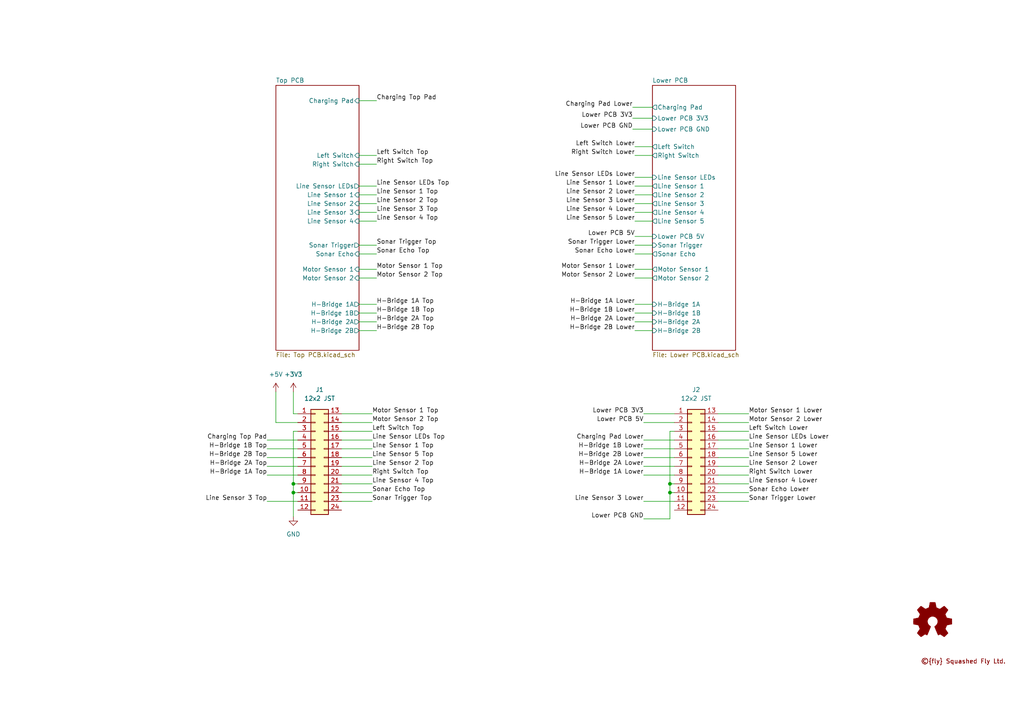
<source format=kicad_sch>
(kicad_sch (version 20210621) (generator eeschema)
  (paper "A4")
  (title_block (title "Swarmbot") (date "2021-10-10") (company "Philip McGaw"))
  (lib_symbols
    (symbol "Connector_Generic:Conn_02x12_Top_Bottom" (pin_names (offset 1.016) hide)
      (property "Reference" "J" (at 1.27 15.24 0))
      (property "Value" "Conn_02x12_Top_Bottom" (at 1.27 -17.78 0))
      (symbol "Conn_02x12_Top_Bottom_1_1"
        (rectangle (start -1.27 -15.113) (end 0 -15.367) (stroke (width 0.1524)))
        (rectangle (start -1.27 -12.573) (end 0 -12.827) (stroke (width 0.1524)))
        (rectangle (start -1.27 -10.033) (end 0 -10.287) (stroke (width 0.1524)))
        (rectangle (start -1.27 -7.493) (end 0 -7.747) (stroke (width 0.1524)))
        (rectangle (start -1.27 -4.953) (end 0 -5.207) (stroke (width 0.1524)))
        (rectangle (start -1.27 -2.413) (end 0 -2.667) (stroke (width 0.1524)))
        (rectangle (start -1.27 0.127) (end 0 -0.127) (stroke (width 0.1524)))
        (rectangle (start -1.27 2.667) (end 0 2.413) (stroke (width 0.1524)))
        (rectangle (start -1.27 5.207) (end 0 4.953) (stroke (width 0.1524)))
        (rectangle (start -1.27 7.747) (end 0 7.493) (stroke (width 0.1524)))
        (rectangle (start -1.27 10.287) (end 0 10.033) (stroke (width 0.1524)))
        (rectangle (start -1.27 12.827) (end 0 12.573) (stroke (width 0.1524)))
        (rectangle (start -1.27 13.97) (end 3.81 -16.51) (stroke (width 0.254)) (fill (type background)))
        (rectangle (start 3.81 -15.113) (end 2.54 -15.367) (stroke (width 0.1524)))
        (rectangle (start 3.81 -12.573) (end 2.54 -12.827) (stroke (width 0.1524)))
        (rectangle (start 3.81 -10.033) (end 2.54 -10.287) (stroke (width 0.1524)))
        (rectangle (start 3.81 -7.493) (end 2.54 -7.747) (stroke (width 0.1524)))
        (rectangle (start 3.81 -4.953) (end 2.54 -5.207) (stroke (width 0.1524)))
        (rectangle (start 3.81 -2.413) (end 2.54 -2.667) (stroke (width 0.1524)))
        (rectangle (start 3.81 0.127) (end 2.54 -0.127) (stroke (width 0.1524)))
        (rectangle (start 3.81 2.667) (end 2.54 2.413) (stroke (width 0.1524)))
        (rectangle (start 3.81 5.207) (end 2.54 4.953) (stroke (width 0.1524)))
        (rectangle (start 3.81 7.747) (end 2.54 7.493) (stroke (width 0.1524)))
        (rectangle (start 3.81 10.287) (end 2.54 10.033) (stroke (width 0.1524)))
        (rectangle (start 3.81 12.827) (end 2.54 12.573) (stroke (width 0.1524)))
        (pin passive line (at -5.08 12.7 0) (length 3.81) (name "Pin_1") (number "1"))
        (pin passive line (at -5.08 -10.16 0) (length 3.81) (name "Pin_10") (number "10"))
        (pin passive line (at -5.08 -12.7 0) (length 3.81) (name "Pin_11") (number "11"))
        (pin passive line (at -5.08 -15.24 0) (length 3.81) (name "Pin_12") (number "12"))
        (pin passive line (at 7.62 12.7 180) (length 3.81) (name "Pin_13") (number "13"))
        (pin passive line (at 7.62 10.16 180) (length 3.81) (name "Pin_14") (number "14"))
        (pin passive line (at 7.62 7.62 180) (length 3.81) (name "Pin_15") (number "15"))
        (pin passive line (at 7.62 5.08 180) (length 3.81) (name "Pin_16") (number "16"))
        (pin passive line (at 7.62 2.54 180) (length 3.81) (name "Pin_17") (number "17"))
        (pin passive line (at 7.62 0 180) (length 3.81) (name "Pin_18") (number "18"))
        (pin passive line (at 7.62 -2.54 180) (length 3.81) (name "Pin_19") (number "19"))
        (pin passive line (at -5.08 10.16 0) (length 3.81) (name "Pin_2") (number "2"))
        (pin passive line (at 7.62 -5.08 180) (length 3.81) (name "Pin_20") (number "20"))
        (pin passive line (at 7.62 -7.62 180) (length 3.81) (name "Pin_21") (number "21"))
        (pin passive line (at 7.62 -10.16 180) (length 3.81) (name "Pin_22") (number "22"))
        (pin passive line (at 7.62 -12.7 180) (length 3.81) (name "Pin_23") (number "23"))
        (pin passive line (at 7.62 -15.24 180) (length 3.81) (name "Pin_24") (number "24"))
        (pin passive line (at -5.08 7.62 0) (length 3.81) (name "Pin_3") (number "3"))
        (pin passive line (at -5.08 5.08 0) (length 3.81) (name "Pin_4") (number "4"))
        (pin passive line (at -5.08 2.54 0) (length 3.81) (name "Pin_5") (number "5"))
        (pin passive line (at -5.08 0 0) (length 3.81) (name "Pin_6") (number "6"))
        (pin passive line (at -5.08 -2.54 0) (length 3.81) (name "Pin_7") (number "7"))
        (pin passive line (at -5.08 -5.08 0) (length 3.81) (name "Pin_8") (number "8"))
        (pin passive line (at -5.08 -7.62 0) (length 3.81) (name "Pin_9") (number "9"))
      )
    )
    (symbol "Graphic:Logo_Open_Hardware_Small" (pin_numbers hide) (pin_names (offset 1.016) hide)
      (symbol "Logo_Open_Hardware_Small_0_1"
        (polyline (pts (xy 3.3528 -4.3434) (xy 3.302 -4.318) (xy 3.175 -4.2418) (xy 2.9972 -4.1148) (xy 2.7686 -3.9624) (xy 2.54 -3.81) (xy 2.3622 -3.7084) (xy 2.2352 -3.6068) (xy 2.1844 -3.5814) (xy 2.159 -3.6068) (xy 2.0574 -3.6576) (xy 1.905 -3.7338) (xy 1.8034 -3.7846) (xy 1.6764 -3.8354) (xy 1.6002 -3.8354) (xy 1.6002 -3.8354) (xy 1.5494 -3.7338) (xy 1.4732 -3.5306) (xy 1.3462 -3.302) (xy 1.2446 -3.0226) (xy 1.1176 -2.7178) (xy 0.9652 -2.413) (xy 0.8636 -2.1082) (xy 0.7366 -1.8288) (xy 0.6604 -1.6256) (xy 0.6096 -1.4732) (xy 0.5842 -1.397) (xy 0.5842 -1.397) (xy 0.6604 -1.3208) (xy 0.7874 -1.2446) (xy 1.0414 -1.016) (xy 1.2954 -0.6858) (xy 1.4478 -0.3302) (xy 1.524 0.0762) (xy 1.4732 0.4572) (xy 1.3208 0.8128) (xy 1.0668 1.143) (xy 0.762 1.3716) (xy 0.4064 1.524) (xy 0 1.5748) (xy -0.381 1.5494) (xy -0.7366 1.397) (xy -1.0668 1.143) (xy -1.2192 0.9906) (xy -1.397 0.6604) (xy -1.524 0.3048) (xy -1.524 0.2286) (xy -1.4986 -0.1778) (xy -1.397 -0.5334) (xy -1.1938 -0.8636) (xy -0.9144 -1.143) (xy -0.8636 -1.1684) (xy -0.7366 -1.27) (xy -0.635 -1.3462) (xy -0.5842 -1.397) (xy -1.0668 -2.5908) (xy -1.143 -2.794) (xy -1.2954 -3.1242) (xy -1.397 -3.4036) (xy -1.4986 -3.6322) (xy -1.5748 -3.7846) (xy -1.6002 -3.8354) (xy -1.6002 -3.8354) (xy -1.651 -3.8354) (xy -1.7272 -3.81) (xy -1.905 -3.7338) (xy -2.0066 -3.683) (xy -2.1336 -3.6068) (xy -2.2098 -3.5814) (xy -2.2606 -3.6068) (xy -2.3622 -3.683) (xy -2.54 -3.81) (xy -2.7686 -3.9624) (xy -2.9718 -4.0894) (xy -3.1496 -4.2164) (xy -3.302 -4.318) (xy -3.3528 -4.3434) (xy -3.3782 -4.3434) (xy -3.429 -4.318) (xy -3.5306 -4.2164) (xy -3.7084 -4.064) (xy -3.937 -3.8354) (xy -3.9624 -3.81) (xy -4.1656 -3.6068) (xy -4.318 -3.4544) (xy -4.4196 -3.3274) (xy -4.445 -3.2766) (xy -4.445 -3.2766) (xy -4.4196 -3.2258) (xy -4.318 -3.0734) (xy -4.2164 -2.8956) (xy -4.064 -2.667) (xy -3.6576 -2.0828) (xy -3.8862 -1.5494) (xy -3.937 -1.3716) (xy -4.0386 -1.1684) (xy -4.0894 -1.0414) (xy -4.1148 -0.9652) (xy -4.191 -0.9398) (xy -4.318 -0.9144) (xy -4.5466 -0.8636) (xy -4.8006 -0.8128) (xy -5.0546 -0.7874) (xy -5.2578 -0.7366) (xy -5.4356 -0.7112) (xy -5.5118 -0.6858) (xy -5.5118 -0.6858) (xy -5.5372 -0.635) (xy -5.5372 -0.5588) (xy -5.5372 -0.4318) (xy -5.5626 -0.2286) (xy -5.5626 0.0762) (xy -5.5626 0.127) (xy -5.5372 0.4064) (xy -5.5372 0.635) (xy -5.5372 0.762) (xy -5.5372 0.8382) (xy -5.5372 0.8382) (xy -5.461 0.8382) (xy -5.3086 0.889) (xy -5.08 0.9144) (xy -4.826 0.9652) (xy -4.8006 0.9906) (xy -4.5466 1.0414) (xy -4.318 1.0668) (xy -4.1656 1.1176) (xy -4.0894 1.143) (xy -4.0894 1.143) (xy -4.0386 1.2446) (xy -3.9624 1.4224) (xy -3.8608 1.6256) (xy -3.7846 1.8288) (xy -3.7084 2.0066) (xy -3.6576 2.159) (xy -3.6322 2.2098) (xy -3.6322 2.2098) (xy -3.683 2.286) (xy -3.7592 2.413) (xy -3.8862 2.5908) (xy -4.064 2.8194) (xy -4.064 2.8448) (xy -4.2164 3.0734) (xy -4.3434 3.2512) (xy -4.4196 3.3782) (xy -4.445 3.4544) (xy -4.445 3.4544) (xy -4.3942 3.5052) (xy -4.2926 3.6322) (xy -4.1148 3.81) (xy -3.937 4.0132) (xy -3.8608 4.064) (xy -3.6576 4.2926) (xy -3.5052 4.4196) (xy -3.4036 4.4958) (xy -3.3528 4.5212) (xy -3.3528 4.5212) (xy -3.302 4.4704) (xy -3.1496 4.3688) (xy -2.9718 4.2418) (xy -2.7432 4.0894) (xy -2.7178 4.0894) (xy -2.4892 3.937) (xy -2.3114 3.81) (xy -2.1844 3.7084) (xy -2.1336 3.683) (xy -2.1082 3.683) (xy -2.032 3.7084) (xy -1.8542 3.7592) (xy -1.6764 3.8354) (xy -1.4732 3.937) (xy -1.27 4.0132) (xy -1.143 4.064) (xy -1.0668 4.1148) (xy -1.0668 4.1148) (xy -1.0414 4.191) (xy -1.016 4.3434) (xy -0.9652 4.572) (xy -0.9144 4.8514) (xy -0.889 4.9022) (xy -0.8382 5.1562) (xy -0.8128 5.3848) (xy -0.7874 5.5372) (xy -0.762 5.588) (xy -0.7112 5.6134) (xy -0.5842 5.6134) (xy -0.4064 5.6134) (xy -0.1524 5.6134) (xy 0.0762 5.6134) (xy 0.3302 5.6134) (xy 0.5334 5.6134) (xy 0.6858 5.588) (xy 0.7366 5.588) (xy 0.7366 5.588) (xy 0.762 5.5118) (xy 0.8128 5.334) (xy 0.8382 5.1054) (xy 0.9144 4.826) (xy 0.9144 4.7752) (xy 0.9652 4.5212) (xy 1.016 4.2926) (xy 1.0414 4.1402) (xy 1.0668 4.0894) (xy 1.0668 4.0894) (xy 1.1938 4.0386) (xy 1.3716 3.9624) (xy 1.5748 3.8608) (xy 2.0828 3.6576) (xy 2.7178 4.0894) (xy 2.7686 4.1402) (xy 2.9972 4.2926) (xy 3.175 4.4196) (xy 3.302 4.4958) (xy 3.3782 4.5212) (xy 3.3782 4.5212) (xy 3.429 4.4704) (xy 3.556 4.3434) (xy 3.7338 4.191) (xy 3.9116 3.9878) (xy 4.064 3.8354) (xy 4.2418 3.6576) (xy 4.3434 3.556) (xy 4.4196 3.4798) (xy 4.4196 3.429) (xy 4.4196 3.4036) (xy 4.3942 3.3274) (xy 4.2926 3.2004) (xy 4.1656 2.9972) (xy 4.0132 2.794) (xy 3.8862 2.5908) (xy 3.7592 2.3876) (xy 3.6576 2.2352) (xy 3.6322 2.159) (xy 3.6322 2.1336) (xy 3.683 2.0066) (xy 3.7592 1.8288) (xy 3.8608 1.6002) (xy 4.064 1.1176) (xy 4.3942 1.0414) (xy 4.5974 1.016) (xy 4.8768 0.9652) (xy 5.1308 0.9144) (xy 5.5372 0.8382) (xy 5.5626 -0.6604) (xy 5.4864 -0.6858) (xy 5.4356 -0.6858) (xy 5.2832 -0.7366) (xy 5.0546 -0.762) (xy 4.8006 -0.8128) (xy 4.5974 -0.8636) (xy 4.3688 -0.9144) (xy 4.2164 -0.9398) (xy 4.1402 -0.9398) (xy 4.1148 -0.9652) (xy 4.064 -1.0668) (xy 3.9878 -1.2446) (xy 3.9116 -1.4478) (xy 3.81 -1.651) (xy 3.7338 -1.8542) (xy 3.683 -2.0066) (xy 3.6576 -2.0828) (xy 3.683 -2.1336) (xy 3.7846 -2.2606) (xy 3.8862 -2.4638) (xy 4.0386 -2.667) (xy 4.191 -2.8956) (xy 4.318 -3.0734) (xy 4.3942 -3.2004) (xy 4.445 -3.2766) (xy 4.4196 -3.3274) (xy 4.3434 -3.429) (xy 4.1656 -3.5814) (xy 3.937 -3.8354) (xy 3.8862 -3.8608) (xy 3.683 -4.064) (xy 3.5306 -4.2164) (xy 3.4036 -4.318) (xy 3.3528 -4.3434)) (fill (type outline)))
      )
    )
    (symbol "SquashedFly Logo:SquashedFlyLogo" (pin_numbers hide) (pin_names (offset 0) hide)
      (symbol "SquashedFlyLogo_0_0"
        (text "©{fly} Squashed Fly Ltd." (at 0 0 0) (effects (font (size 1.27 1.27))))
      )
    )
    (symbol "power:+3V3" (power) (pin_names (offset 0))
      (property "Value" "+3V3" (at 0 3.556 0))
      (symbol "+3V3_0_1"
        (polyline (pts (xy -0.762 1.27) (xy 0 2.54)))
        (polyline (pts (xy 0 0) (xy 0 2.54)))
        (polyline (pts (xy 0 2.54) (xy 0.762 1.27)))
      )
      (symbol "+3V3_1_1"
        (pin power_in line (at 0 0 90) (length 0) hide (name "+3V3") (number "1"))
      )
    )
    (symbol "power:+5V" (power) (pin_names (offset 0))
      (property "Value" "+5V" (at 0 3.556 0))
      (symbol "+5V_0_1"
        (polyline (pts (xy -0.762 1.27) (xy 0 2.54)))
        (polyline (pts (xy 0 0) (xy 0 2.54)))
        (polyline (pts (xy 0 2.54) (xy 0.762 1.27)))
      )
      (symbol "+5V_1_1"
        (pin power_in line (at 0 0 90) (length 0) hide (name "+5V") (number "1"))
      )
    )
    (symbol "power:GND" (power) (pin_names (offset 0))
      (property "Value" "GND" (at 0 -3.81 0))
      (symbol "GND_0_1"
        (polyline (pts (xy 0 0) (xy 0 -1.27) (xy 1.27 -1.27) (xy 0 -2.54) (xy -1.27 -1.27) (xy 0 -1.27)))
      )
      (symbol "GND_1_1"
        (pin power_in line (at 0 0 270) (length 0) hide (name "GND") (number "1"))
      )
    )
  )
  (junction (at 85.09 140.335))
  (junction (at 85.09 142.875))
  (junction (at 194.31 140.335))
  (junction (at 194.31 142.875))
  (wire (pts (xy 77.47 127.635) (xy 86.36 127.635)))
  (wire (pts (xy 77.47 130.175) (xy 86.36 130.175)))
  (wire (pts (xy 77.47 132.715) (xy 86.36 132.715)))
  (wire (pts (xy 77.47 135.255) (xy 86.36 135.255)))
  (wire (pts (xy 77.47 137.795) (xy 86.36 137.795)))
  (wire (pts (xy 77.47 145.415) (xy 86.36 145.415)))
  (wire (pts (xy 80.01 122.555) (xy 80.01 113.665)))
  (wire (pts (xy 85.09 113.665) (xy 85.09 120.015)))
  (wire (pts (xy 85.09 125.095) (xy 85.09 140.335)))
  (wire (pts (xy 85.09 140.335) (xy 85.09 142.875)))
  (wire (pts (xy 85.09 140.335) (xy 86.36 140.335)))
  (wire (pts (xy 85.09 142.875) (xy 85.09 149.86)))
  (wire (pts (xy 85.09 142.875) (xy 86.36 142.875)))
  (wire (pts (xy 86.36 120.015) (xy 85.09 120.015)))
  (wire (pts (xy 86.36 122.555) (xy 80.01 122.555)))
  (wire (pts (xy 86.36 125.095) (xy 85.09 125.095)))
  (wire (pts (xy 99.06 120.015) (xy 107.95 120.015)))
  (wire (pts (xy 99.06 122.555) (xy 107.95 122.555)))
  (wire (pts (xy 99.06 125.095) (xy 107.95 125.095)))
  (wire (pts (xy 99.06 127.635) (xy 107.95 127.635)))
  (wire (pts (xy 99.06 130.175) (xy 107.95 130.175)))
  (wire (pts (xy 99.06 132.715) (xy 107.95 132.715)))
  (wire (pts (xy 99.06 135.255) (xy 107.95 135.255)))
  (wire (pts (xy 99.06 137.795) (xy 107.95 137.795)))
  (wire (pts (xy 99.06 140.335) (xy 107.95 140.335)))
  (wire (pts (xy 99.06 142.875) (xy 107.95 142.875)))
  (wire (pts (xy 99.06 145.415) (xy 107.95 145.415)))
  (wire (pts (xy 104.14 29.21) (xy 109.22 29.21)))
  (wire (pts (xy 104.14 45.085) (xy 109.22 45.085)))
  (wire (pts (xy 104.14 47.625) (xy 109.22 47.625)))
  (wire (pts (xy 104.14 53.975) (xy 109.22 53.975)))
  (wire (pts (xy 104.14 56.515) (xy 109.22 56.515)))
  (wire (pts (xy 104.14 59.055) (xy 109.22 59.055)))
  (wire (pts (xy 104.14 61.595) (xy 109.22 61.595)))
  (wire (pts (xy 104.14 64.135) (xy 109.22 64.135)))
  (wire (pts (xy 104.14 71.12) (xy 109.22 71.12)))
  (wire (pts (xy 104.14 73.66) (xy 109.22 73.66)))
  (wire (pts (xy 104.14 78.105) (xy 109.22 78.105)))
  (wire (pts (xy 104.14 80.645) (xy 109.22 80.645)))
  (wire (pts (xy 104.14 88.265) (xy 109.22 88.265)))
  (wire (pts (xy 104.14 90.805) (xy 109.22 90.805)))
  (wire (pts (xy 104.14 93.345) (xy 109.22 93.345)))
  (wire (pts (xy 104.14 95.885) (xy 109.22 95.885)))
  (wire (pts (xy 183.515 31.115) (xy 189.23 31.115)))
  (wire (pts (xy 183.515 34.29) (xy 189.23 34.29)))
  (wire (pts (xy 183.515 37.465) (xy 189.23 37.465)))
  (wire (pts (xy 184.15 42.545) (xy 189.23 42.545)))
  (wire (pts (xy 184.15 45.085) (xy 189.23 45.085)))
  (wire (pts (xy 184.15 51.435) (xy 189.23 51.435)))
  (wire (pts (xy 184.15 53.975) (xy 189.23 53.975)))
  (wire (pts (xy 184.15 56.515) (xy 189.23 56.515)))
  (wire (pts (xy 184.15 59.055) (xy 189.23 59.055)))
  (wire (pts (xy 184.15 61.595) (xy 189.23 61.595)))
  (wire (pts (xy 184.15 64.135) (xy 189.23 64.135)))
  (wire (pts (xy 184.15 68.58) (xy 189.23 68.58)))
  (wire (pts (xy 184.15 71.12) (xy 189.23 71.12)))
  (wire (pts (xy 184.15 73.66) (xy 189.23 73.66)))
  (wire (pts (xy 184.15 78.105) (xy 189.23 78.105)))
  (wire (pts (xy 186.69 120.015) (xy 195.58 120.015)))
  (wire (pts (xy 186.69 122.555) (xy 195.58 122.555)))
  (wire (pts (xy 186.69 127.635) (xy 195.58 127.635)))
  (wire (pts (xy 186.69 130.175) (xy 195.58 130.175)))
  (wire (pts (xy 186.69 132.715) (xy 195.58 132.715)))
  (wire (pts (xy 186.69 135.255) (xy 195.58 135.255)))
  (wire (pts (xy 186.69 137.795) (xy 195.58 137.795)))
  (wire (pts (xy 186.69 145.415) (xy 195.58 145.415)))
  (wire (pts (xy 186.69 150.495) (xy 194.31 150.495)))
  (wire (pts (xy 189.23 80.645) (xy 184.15 80.645)))
  (wire (pts (xy 189.23 88.265) (xy 184.15 88.265)))
  (wire (pts (xy 189.23 90.805) (xy 184.15 90.805)))
  (wire (pts (xy 189.23 93.345) (xy 184.15 93.345)))
  (wire (pts (xy 189.23 95.885) (xy 184.15 95.885)))
  (wire (pts (xy 194.31 125.095) (xy 194.31 140.335)))
  (wire (pts (xy 194.31 140.335) (xy 195.58 140.335)))
  (wire (pts (xy 194.31 142.875) (xy 194.31 140.335)))
  (wire (pts (xy 194.31 142.875) (xy 194.31 150.495)))
  (wire (pts (xy 194.31 142.875) (xy 195.58 142.875)))
  (wire (pts (xy 195.58 125.095) (xy 194.31 125.095)))
  (wire (pts (xy 208.28 120.015) (xy 217.17 120.015)))
  (wire (pts (xy 208.28 122.555) (xy 217.17 122.555)))
  (wire (pts (xy 208.28 125.095) (xy 217.17 125.095)))
  (wire (pts (xy 208.28 127.635) (xy 217.17 127.635)))
  (wire (pts (xy 208.28 130.175) (xy 217.17 130.175)))
  (wire (pts (xy 208.28 132.715) (xy 217.17 132.715)))
  (wire (pts (xy 208.28 135.255) (xy 217.17 135.255)))
  (wire (pts (xy 208.28 137.795) (xy 217.17 137.795)))
  (wire (pts (xy 208.28 140.335) (xy 217.17 140.335)))
  (wire (pts (xy 208.28 142.875) (xy 217.17 142.875)))
  (wire (pts (xy 208.28 145.415) (xy 217.17 145.415)))
  (label "Charging Top Pad" (at 77.47 127.635 180))
  (label "H-Bridge 1B Top" (at 77.47 130.175 180))
  (label "H-Bridge 2B Top" (at 77.47 132.715 180))
  (label "H-Bridge 2A Top" (at 77.47 135.255 180))
  (label "H-Bridge 1A Top" (at 77.47 137.795 180))
  (label "Line Sensor 3 Top" (at 77.47 145.415 180))
  (label "Motor Sensor 1 Top" (at 107.95 120.015 0))
  (label "Motor Sensor 2 Top" (at 107.95 122.555 0))
  (label "Left Switch Top" (at 107.95 125.095 0))
  (label "Line Sensor LEDs Top" (at 107.95 127.635 0))
  (label "Line Sensor 1 Top" (at 107.95 130.175 0))
  (label "Line Sensor 5 Top" (at 107.95 132.715 0))
  (label "Line Sensor 2 Top" (at 107.95 135.255 0))
  (label "Right Switch Top" (at 107.95 137.795 0))
  (label "Line Sensor 4 Top" (at 107.95 140.335 0))
  (label "Sonar Echo Top" (at 107.95 142.875 0))
  (label "Sonar Trigger Top" (at 107.95 145.415 0))
  (label "Charging Top Pad" (at 109.22 29.21 0))
  (label "Left Switch Top" (at 109.22 45.085 0))
  (label "Right Switch Top" (at 109.22 47.625 0))
  (label "Line Sensor LEDs Top" (at 109.22 53.975 0))
  (label "Line Sensor 1 Top" (at 109.22 56.515 0))
  (label "Line Sensor 2 Top" (at 109.22 59.055 0))
  (label "Line Sensor 3 Top" (at 109.22 61.595 0))
  (label "Line Sensor 4 Top" (at 109.22 64.135 0))
  (label "Sonar Trigger Top" (at 109.22 71.12 0))
  (label "Sonar Echo Top" (at 109.22 73.66 0))
  (label "Motor Sensor 1 Top" (at 109.22 78.105 0))
  (label "Motor Sensor 2 Top" (at 109.22 80.645 0))
  (label "H-Bridge 1A Top" (at 109.22 88.265 0))
  (label "H-Bridge 1B Top" (at 109.22 90.805 0))
  (label "H-Bridge 2A Top" (at 109.22 93.345 0))
  (label "H-Bridge 2B Top" (at 109.22 95.885 0))
  (label "Charging Pad Lower" (at 183.515 31.115 180))
  (label "Lower PCB 3V3" (at 183.515 34.29 180))
  (label "Lower PCB GND" (at 183.515 37.465 180))
  (label "Left Switch Lower" (at 184.15 42.545 180))
  (label "Right Switch Lower" (at 184.15 45.085 180))
  (label "Line Sensor LEDs Lower" (at 184.15 51.435 180))
  (label "Line Sensor 1 Lower" (at 184.15 53.975 180))
  (label "Line Sensor 2 Lower" (at 184.15 56.515 180))
  (label "Line Sensor 3 Lower" (at 184.15 59.055 180))
  (label "Line Sensor 4 Lower" (at 184.15 61.595 180))
  (label "Line Sensor 5 Lower" (at 184.15 64.135 180))
  (label "Lower PCB 5V" (at 184.15 68.58 180))
  (label "Sonar Trigger Lower" (at 184.15 71.12 180))
  (label "Sonar Echo Lower" (at 184.15 73.66 180))
  (label "Motor Sensor 1 Lower" (at 184.15 78.105 180))
  (label "Motor Sensor 2 Lower" (at 184.15 80.645 180))
  (label "H-Bridge 1A Lower" (at 184.15 88.265 180))
  (label "H-Bridge 1B Lower" (at 184.15 90.805 180))
  (label "H-Bridge 2A Lower" (at 184.15 93.345 180))
  (label "H-Bridge 2B Lower" (at 184.15 95.885 180))
  (label "Lower PCB 3V3" (at 186.69 120.015 180))
  (label "Lower PCB 5V" (at 186.69 122.555 180))
  (label "Charging Pad Lower" (at 186.69 127.635 180))
  (label "H-Bridge 1B Lower" (at 186.69 130.175 180))
  (label "H-Bridge 2B Lower" (at 186.69 132.715 180))
  (label "H-Bridge 2A Lower" (at 186.69 135.255 180))
  (label "H-Bridge 1A Lower" (at 186.69 137.795 180))
  (label "Line Sensor 3 Lower" (at 186.69 145.415 180))
  (label "Lower PCB GND" (at 186.69 150.495 180))
  (label "Motor Sensor 1 Lower" (at 217.17 120.015 0))
  (label "Motor Sensor 2 Lower" (at 217.17 122.555 0))
  (label "Left Switch Lower" (at 217.17 125.095 0))
  (label "Line Sensor LEDs Lower" (at 217.17 127.635 0))
  (label "Line Sensor 1 Lower" (at 217.17 130.175 0))
  (label "Line Sensor 5 Lower" (at 217.17 132.715 0))
  (label "Line Sensor 2 Lower" (at 217.17 135.255 0))
  (label "Right Switch Lower" (at 217.17 137.795 0))
  (label "Line Sensor 4 Lower" (at 217.17 140.335 0))
  (label "Sonar Echo Lower" (at 217.17 142.875 0))
  (label "Sonar Trigger Lower" (at 217.17 145.415 0))
  (symbol (lib_id "power:+5V") (at 80.01 113.665 0) (unit 1)
    (property "Reference" "#PWR01" (effects hide))
    (property "Value" "+5V" (at 80.01 108.585 0))
  )
  (symbol (lib_id "power:+3V3") (at 85.09 113.665 0) (unit 1)
    (property "Reference" "#PWR02" (effects hide))
    (property "Value" "+3V3" (at 85.09 108.585 0))
  )
  (symbol (lib_id "power:GND") (at 85.09 149.86 0) (unit 1)
    (property "Reference" "#PWR03" (effects hide))
    (property "Value" "GND" (at 85.09 154.94 0))
  )
  (symbol (lib_id "SquashedFly Logo:SquashedFlyLogo") (at 279.4 191.77 0) (unit 1)
    (property "Reference" "Logo1" (effects hide))
    (property "Value" "SquashedFlyLogo" (effects hide))
    (property "Footprint" "SquashedFly Logo:SquashedFlySilk" (effects hide))
  )
  (symbol (lib_id "SquashedFly Logo:SquashedFlyLogo") (at 279.4 191.77 0) (unit 1)
    (property "Reference" "Logo2" (effects hide))
    (property "Value" "SquashedFlyLogo" (effects hide))
    (property "Footprint" "SquashedFly Logo:SquashedFlySilk" (effects hide))
  )
  (symbol (lib_id "Graphic:Logo_Open_Hardware_Small") (at 270.51 180.34 0) (unit 1)
    (property "Reference" "LOGO1" (effects hide))
    (property "Value" "Logo_Open_Hardware_Small" (effects hide))
    (property "Footprint" "Symbol:OSHW-Logo2_7.3x6mm_SilkScreen" (effects hide))
  )
  (symbol (lib_id "Connector_Generic:Conn_02x12_Top_Bottom") (at 91.44 132.715 0) (unit 1)
    (property "Reference" "J1" (at 92.71 113.03 0))
    (property "Value" "12x2 JST" (at 92.71 115.57 0))
    (property "Footprint" "Connector_JST:JST_PUD_B24B-PUDSS_2x12_P2.00mm_Vertical" (effects hide))
    (property "Farnell" "2320532" (effects hide))
  )
  (symbol (lib_id "Connector_Generic:Conn_02x12_Top_Bottom") (at 200.66 132.715 0) (unit 1)
    (property "Reference" "J2" (at 201.93 113.03 0))
    (property "Value" "12x2 JST" (at 201.93 115.57 0))
    (property "Footprint" "Connector_JST:JST_PUD_B24B-PUDSS_2x12_P2.00mm_Vertical" (effects hide))
    (property "Farnell" "2320532" (effects hide))
  )
  (sheet (at 189.23 24.765) (size 24.13 76.835) (stroke (width 0.1524))
    (property "Sheet name" "Lower PCB" (at 189.23 24.0534 0) (effects (justify left bottom)))
    (property "Sheet file" "Lower PCB.kicad_sch" (at 189.23 102.1846 0) (effects (justify left top)))
    (pin "Left Switch" output (at 189.23 42.545 180))
    (pin "Right Switch" output (at 189.23 45.085 180))
    (pin "Line Sensor 2" output (at 189.23 56.515 180))
    (pin "Line Sensor 1" output (at 189.23 53.975 180))
    (pin "Line Sensor 4" output (at 189.23 61.595 180))
    (pin "Line Sensor 3" output (at 189.23 59.055 180))
    (pin "Line Sensor LEDs" input (at 189.23 51.435 180))
    (pin "Charging Pad" output (at 189.23 31.115 180))
    (pin "Sonar Trigger" input (at 189.23 71.12 180))
    (pin "Lower PCB 5V" input (at 189.23 68.58 180))
    (pin "Sonar Echo" output (at 189.23 73.66 180))
    (pin "Line Sensor 5" output (at 189.23 64.135 180))
    (pin "H-Bridge 1B" input (at 189.23 90.805 180))
    (pin "H-Bridge 2A" input (at 189.23 93.345 180))
    (pin "Motor Sensor 1" output (at 189.23 78.105 180))
    (pin "H-Bridge 2B" input (at 189.23 95.885 180))
    (pin "H-Bridge 1A" input (at 189.23 88.265 180))
    (pin "Motor Sensor 2" output (at 189.23 80.645 180))
    (pin "Lower PCB 3V3" input (at 189.23 34.29 180))
    (pin "Lower PCB GND" input (at 189.23 37.465 180))
  )
  (sheet (at 80.01 24.765) (size 24.13 76.835) (stroke (width 0.1524))
    (property "Sheet name" "Top PCB" (at 80.01 24.0534 0) (effects (justify left bottom)))
    (property "Sheet file" "Top PCB.kicad_sch" (at 80.01 102.1846 0) (effects (justify left top)))
    (pin "Line Sensor LEDs" output (at 104.14 53.975 0))
    (pin "Right Switch" input (at 104.14 47.625 0))
    (pin "Line Sensor 3" input (at 104.14 61.595 0))
    (pin "Line Sensor 4" input (at 104.14 64.135 0))
    (pin "Left Switch" input (at 104.14 45.085 0))
    (pin "Line Sensor 1" input (at 104.14 56.515 0))
    (pin "Line Sensor 2" input (at 104.14 59.055 0))
    (pin "Sonar Trigger" output (at 104.14 71.12 0))
    (pin "Sonar Echo" input (at 104.14 73.66 0))
    (pin "Charging Pad" input (at 104.14 29.21 0))
    (pin "Motor Sensor 1" input (at 104.14 78.105 0))
    (pin "Motor Sensor 2" input (at 104.14 80.645 0))
    (pin "H-Bridge 1A" output (at 104.14 88.265 0))
    (pin "H-Bridge 1B" output (at 104.14 90.805 0))
    (pin "H-Bridge 2A" output (at 104.14 93.345 0))
    (pin "H-Bridge 2B" output (at 104.14 95.885 0))
  )
)
</source>
